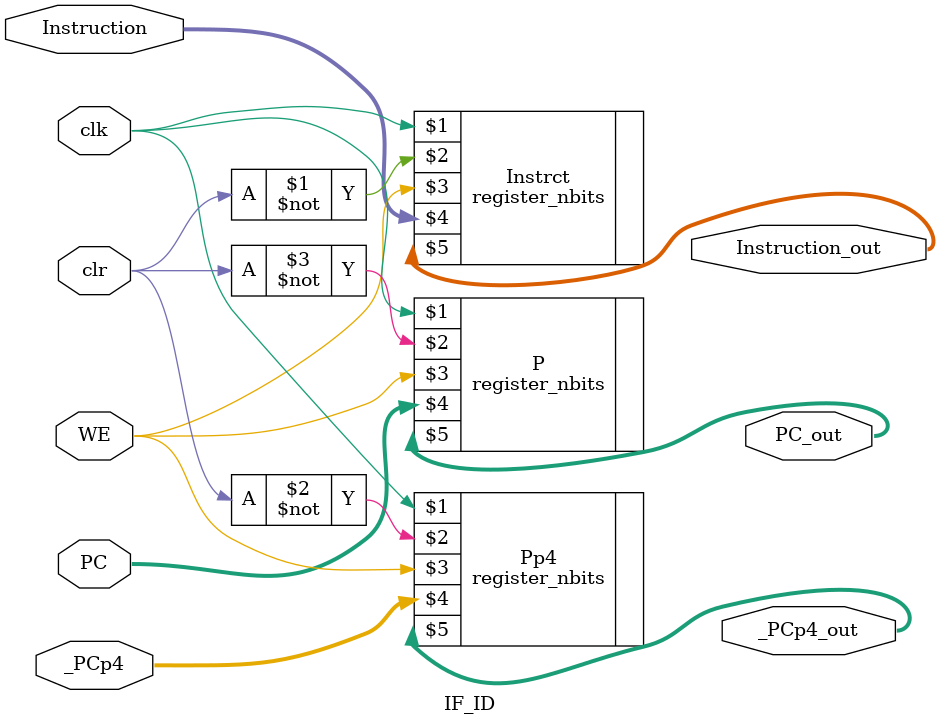
<source format=v>
`timescale 1ns / 1ps


module IF_ID(
    input [31:0] Instruction,
    input [11:2] PC,
    input [31:0]_PCp4,
    input clk,
    input WE,
    input clr,
    output [31:0] Instruction_out,
    output [11:2] PC_out,
    output [31:0] _PCp4_out
    );
    register_nbits #(32) Instrct(clk,~clr,WE,Instruction,Instruction_out),
                         Pp4(clk,~clr,WE,_PCp4,_PCp4_out);
    register_nbits #(10) P(clk,~clr,WE,PC,PC_out);                     
endmodule

</source>
